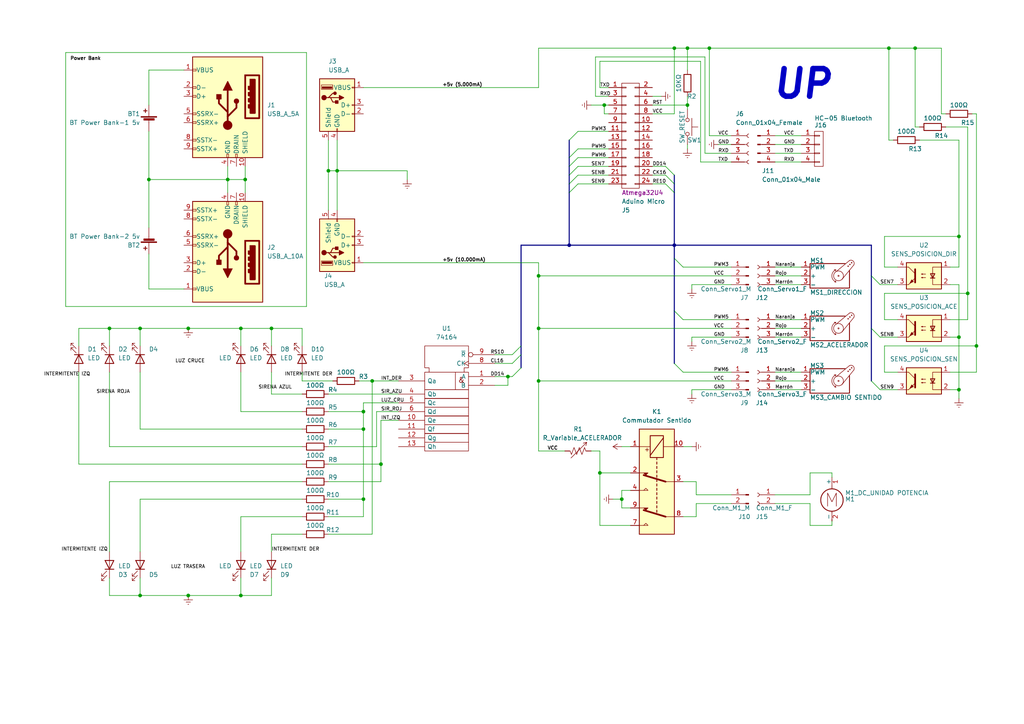
<source format=kicad_sch>
(kicad_sch (version 20211123) (generator eeschema)
  (paper "A4")
  (title_block (title "Esquema Coche Teledirigido") (date "2022-03-18") (rev "1") (company "CACA") (comment 1 "Esquema Coche Teledirigido"))
  (lib_symbols
    (symbol "74xx_IEEE:74164" (pin_names (offset 0.762))
      (property "Reference" "U" (at 8.89 6.35 0))
      (property "Value" "74164" (at 6.35 -22.86 0))
      (symbol "74164_0_0"
        (text "&" (at -4.318 -1.016 0) (effects (font (size 1.524 1.524))))
      )
      (symbol "74164_1_1"
        (pin input line (at -13.97 0 0) (length 7.62) (name "A") (number "1"))
        (pin output line (at 13.97 -12.7 180) (length 7.62) (name "Qe") (number "10"))
        (pin output line (at 13.97 -15.24 180) (length 7.62) (name "Qf") (number "11"))
        (pin output line (at 13.97 -17.78 180) (length 7.62) (name "Qg") (number "12"))
        (pin output line (at 13.97 -20.32 180) (length 7.62) (name "Qh") (number "13"))
        (pin power_in line (at 5.08 8.89 270) (length 0) hide (name "Vdd") (number "14"))
        (pin input line (at -13.97 -2.54 0) (length 7.62) (name "B") (number "2"))
        (pin output line (at 13.97 -1.27 180) (length 7.62) (name "Qa") (number "3"))
        (pin output line (at 13.97 -5.08 180) (length 7.62) (name "Qb") (number "4"))
        (pin output line (at 13.97 -7.62 180) (length 7.62) (name "Qc") (number "5"))
        (pin output line (at 13.97 -10.16 180) (length 7.62) (name "Qd") (number "6"))
        (pin power_in line (at 0 8.89 270) (length 0) hide (name "Vss") (number "7"))
        (pin input clock (at -13.97 3.81 0) (length 7.62) (name "CK") (number "8"))
        (pin input inverted (at -13.97 6.35 0) (length 7.62) (name "~{R}") (number "9"))
      )
    )
    (symbol "Connector:Conn_01x04_Female" (pin_names (offset 1.016) hide)
      (property "Reference" "J" (at 0 5.08 0))
      (property "Value" "Conn_01x04_Female" (at 0 -7.62 0))
      (symbol "Conn_01x04_Female_1_1"
        (pin passive line (at -5.08 2.54 0) (length 3.81) (name "Pin_1") (number "1"))
        (pin passive line (at -5.08 0 0) (length 3.81) (name "Pin_2") (number "2"))
        (pin passive line (at -5.08 -2.54 0) (length 3.81) (name "Pin_3") (number "3"))
        (pin passive line (at -5.08 -5.08 0) (length 3.81) (name "Pin_4") (number "4"))
      )
    )
    (symbol "Connector:Conn_01x04_Male" (pin_names (offset 1.016) hide)
      (property "Reference" "J" (at 0 5.08 0))
      (property "Value" "Conn_01x04_Male" (at 0 -7.62 0))
      (symbol "Conn_01x04_Male_1_1"
        (pin passive line (at 5.08 2.54 180) (length 3.81) (name "Pin_1") (number "1"))
        (pin passive line (at 5.08 0 180) (length 3.81) (name "Pin_2") (number "2"))
        (pin passive line (at 5.08 -2.54 180) (length 3.81) (name "Pin_3") (number "3"))
        (pin passive line (at 5.08 -5.08 180) (length 3.81) (name "Pin_4") (number "4"))
      )
    )
    (symbol "Connector:USB3_A" (pin_names (offset 1.016))
      (property "Reference" "J" (at -10.16 15.24 0))
      (property "Value" "USB3_A" (at 10.16 15.24 0))
      (symbol "USB3_A_1_1"
        (pin power_in line (at 12.7 10.16 180) (length 2.54) (name "VBUS") (number "1"))
        (pin passive line (at -5.08 -17.78 90) (length 2.54) (name "SHIELD") (number "10"))
        (pin bidirectional line (at 12.7 5.08 180) (length 2.54) (name "D-") (number "2"))
        (pin bidirectional line (at 12.7 2.54 180) (length 2.54) (name "D+") (number "3"))
        (pin power_in line (at 0 -17.78 90) (length 2.54) (name "GND") (number "4"))
        (pin output line (at 12.7 -2.54 180) (length 2.54) (name "SSRX-") (number "5"))
        (pin output line (at 12.7 -5.08 180) (length 2.54) (name "SSRX+") (number "6"))
        (pin passive line (at -2.54 -17.78 90) (length 2.54) (name "DRAIN") (number "7"))
        (pin input line (at 12.7 -10.16 180) (length 2.54) (name "SSTX-") (number "8"))
        (pin input line (at 12.7 -12.7 180) (length 2.54) (name "SSTX+") (number "9"))
      )
    )
    (symbol "Connector:USB_A" (pin_names (offset 1.016))
      (property "Reference" "J" (at -5.08 11.43 0))
      (property "Value" "USB_A" (at -5.08 8.89 0))
      (symbol "USB_A_1_1"
        (pin power_in line (at 7.62 5.08 180) (length 2.54) (name "VBUS") (number "1"))
        (pin bidirectional line (at 7.62 -2.54 180) (length 2.54) (name "D-") (number "2"))
        (pin bidirectional line (at 7.62 0 180) (length 2.54) (name "D+") (number "3"))
        (pin power_in line (at 0 -10.16 90) (length 2.54) (name "GND") (number "4"))
        (pin passive line (at -2.54 -10.16 90) (length 2.54) (name "Shield") (number "5"))
      )
    )
    (symbol "Device:LED" (pin_numbers hide) (pin_names (offset 1.016) hide)
      (property "Reference" "D" (at 0 2.54 0))
      (property "Value" "LED" (at 0 -2.54 0))
      (symbol "LED_1_1"
        (pin passive line (at -3.81 0 0) (length 2.54) (name "K") (number "1"))
        (pin passive line (at 3.81 0 180) (length 2.54) (name "A") (number "2"))
      )
    )
    (symbol "Device:R_Variable_US" (pin_numbers hide) (pin_names (offset 0))
      (property "Reference" "R" (at 2.54 -2.54 90))
      (property "Value" "R_Variable_US" (at -2.54 -1.27 90))
      (symbol "R_Variable_US_1_1"
        (pin passive line (at 0 3.81 270) (length 1.27) (name "~") (number "1"))
        (pin passive line (at 0 -3.81 90) (length 1.27) (name "~") (number "2"))
      )
    )
    (symbol "Isolator:FODM217A"
      (property "Reference" "U" (at -5.08 5.08 0))
      (property "Value" "FODM217A" (at 0 5.08 0))
      (symbol "FODM217A_1_1"
        (pin passive line (at -7.62 2.54 0) (length 2.54) (name "~") (number "1"))
        (pin passive line (at -7.62 -2.54 0) (length 2.54) (name "~") (number "2"))
        (pin passive line (at 7.62 -2.54 180) (length 2.54) (name "~") (number "3"))
        (pin passive line (at 7.62 2.54 180) (length 2.54) (name "~") (number "4"))
      )
    )
    (symbol "Relay:AZ850-x"
      (property "Reference" "K" (at 16.51 3.81 0))
      (property "Value" "AZ850-x" (at 16.51 1.27 0))
      (symbol "AZ850-x_0_0"
        (text "+" (at -9.271 2.921 0) (effects (font (size 1.27 1.27))))
      )
      (symbol "AZ850-x_1_1"
        (pin passive line (at -10.16 7.62 270) (length 2.54) (name "~") (number "1"))
        (pin passive line (at -10.16 -7.62 90) (length 2.54) (name "~") (number "10"))
        (pin passive line (at -2.54 7.62 270) (length 2.54) (name "~") (number "2"))
        (pin passive line (at 0 -7.62 90) (length 2.54) (name "~") (number "3"))
        (pin passive line (at 2.54 7.62 270) (length 2.54) (name "~") (number "4"))
        (pin passive line (at 12.7 7.62 270) (length 2.54) (name "~") (number "7"))
        (pin passive line (at 10.16 -7.62 90) (length 2.54) (name "~") (number "8"))
        (pin passive line (at 7.62 7.62 270) (length 2.54) (name "~") (number "9"))
      )
    )
    (symbol "caca-coche-rescue:Battery_Cell" (pin_numbers hide) (pin_names (offset 0) hide)
      (property "Reference" "BT" (at 2.54 2.54 0))
      (property "Value" "Battery_Cell" (at 2.54 0 0))
      (symbol "Battery_Cell_1_1"
        (pin passive line (at 0 5.08 270) (length 2.54) (name "+") (number "1"))
        (pin passive line (at 0 -2.54 90) (length 2.54) (name "-") (number "2"))
      )
    )
    (symbol "caca-coche-rescue:CONN_01X04" (pin_names (offset 1.016) hide)
      (property "Reference" "P" (at 0 6.35 0))
      (property "Value" "CONN_01X04" (at 2.54 0 90))
      (symbol "CONN_01X04_1_1"
        (pin passive line (at -5.08 3.81 0) (length 3.81) (name "P1") (number "1"))
        (pin passive line (at -5.08 1.27 0) (length 3.81) (name "P2") (number "2"))
        (pin passive line (at -5.08 -1.27 0) (length 3.81) (name "P3") (number "3"))
        (pin passive line (at -5.08 -3.81 0) (length 3.81) (name "P4") (number "4"))
      )
    )
    (symbol "caca-coche-rescue:CONN_02X12" (pin_names (offset 0.0254) hide)
      (property "Reference" "P" (at 0 16.51 0))
      (property "Value" "CONN_02X12" (at 0 0 90))
      (symbol "CONN_02X12_1_1"
        (pin passive line (at -6.35 13.97 0) (length 3.81) (name "P1") (number "1"))
        (pin passive line (at 6.35 3.81 180) (length 3.81) (name "P10") (number "10"))
        (pin passive line (at -6.35 1.27 0) (length 3.81) (name "P11") (number "11"))
        (pin passive line (at 6.35 1.27 180) (length 3.81) (name "P12") (number "12"))
        (pin passive line (at -6.35 -1.27 0) (length 3.81) (name "P13") (number "13"))
        (pin passive line (at 6.35 -1.27 180) (length 3.81) (name "P14") (number "14"))
        (pin passive line (at -6.35 -3.81 0) (length 3.81) (name "P15") (number "15"))
        (pin passive line (at 6.35 -3.81 180) (length 3.81) (name "P16") (number "16"))
        (pin passive line (at -6.35 -6.35 0) (length 3.81) (name "P17") (number "17"))
        (pin passive line (at 6.35 -6.35 180) (length 3.81) (name "P18") (number "18"))
        (pin passive line (at -6.35 -8.89 0) (length 3.81) (name "P19") (number "19"))
        (pin passive line (at 6.35 13.97 180) (length 3.81) (name "P2") (number "2"))
        (pin passive line (at 6.35 -8.89 180) (length 3.81) (name "P20") (number "20"))
        (pin passive line (at -6.35 -11.43 0) (length 3.81) (name "P21") (number "21"))
        (pin passive line (at 6.35 -11.43 180) (length 3.81) (name "P22") (number "22"))
        (pin passive line (at -6.35 -13.97 0) (length 3.81) (name "P23") (number "23"))
        (pin passive line (at 6.35 -13.97 180) (length 3.81) (name "P24") (number "24"))
        (pin passive line (at -6.35 11.43 0) (length 3.81) (name "P3") (number "3"))
        (pin passive line (at 6.35 11.43 180) (length 3.81) (name "P4") (number "4"))
        (pin passive line (at -6.35 8.89 0) (length 3.81) (name "P5") (number "5"))
        (pin passive line (at 6.35 8.89 180) (length 3.81) (name "P6") (number "6"))
        (pin passive line (at -6.35 6.35 0) (length 3.81) (name "P7") (number "7"))
        (pin passive line (at 6.35 6.35 180) (length 3.81) (name "P8") (number "8"))
        (pin passive line (at -6.35 3.81 0) (length 3.81) (name "P9") (number "9"))
      )
    )
    (symbol "caca-coche-rescue:Conn_01x02_Female" (pin_names (offset 1.016) hide)
      (property "Reference" "J" (at 0 2.54 0))
      (property "Value" "Conn_01x02_Female" (at 0 -5.08 0))
      (symbol "Conn_01x02_Female_1_1"
        (pin passive line (at -5.08 0 0) (length 3.81) (name "Pin_1") (number "1"))
        (pin passive line (at -5.08 -2.54 0) (length 3.81) (name "Pin_2") (number "2"))
      )
    )
    (symbol "caca-coche-rescue:Conn_01x02_Male" (pin_names (offset 1.016) hide)
      (property "Reference" "J" (at 0 2.54 0))
      (property "Value" "Conn_01x02_Male" (at 0 -5.08 0))
      (symbol "Conn_01x02_Male_1_1"
        (pin passive line (at 5.08 0 180) (length 3.81) (name "Pin_1") (number "1"))
        (pin passive line (at 5.08 -2.54 180) (length 3.81) (name "Pin_2") (number "2"))
      )
    )
    (symbol "caca-coche-rescue:Conn_01x03_Female" (pin_names (offset 1.016) hide)
      (property "Reference" "J" (at 0 5.08 0))
      (property "Value" "Conn_01x03_Female" (at 0 -5.08 0))
      (symbol "Conn_01x03_Female_1_1"
        (pin passive line (at -5.08 2.54 0) (length 3.81) (name "Pin_1") (number "1"))
        (pin passive line (at -5.08 0 0) (length 3.81) (name "Pin_2") (number "2"))
        (pin passive line (at -5.08 -2.54 0) (length 3.81) (name "Pin_3") (number "3"))
      )
    )
    (symbol "caca-coche-rescue:Conn_01x03_Male" (pin_names (offset 1.016) hide)
      (property "Reference" "J" (at 0 5.08 0))
      (property "Value" "Conn_01x03_Male" (at 0 -5.08 0))
      (symbol "Conn_01x03_Male_1_1"
        (pin passive line (at 5.08 2.54 180) (length 3.81) (name "Pin_1") (number "1"))
        (pin passive line (at 5.08 0 180) (length 3.81) (name "Pin_2") (number "2"))
        (pin passive line (at 5.08 -2.54 180) (length 3.81) (name "Pin_3") (number "3"))
      )
    )
    (symbol "caca-coche-rescue:Earth" (power) (pin_names (offset 0))
      (symbol "Earth_1_1"
        (pin power_in line (at 0 0 270) (length 0) hide (name "Earth") (number "1"))
      )
    )
    (symbol "caca-coche-rescue:Motor_DC" (pin_names (offset 0))
      (property "Reference" "M" (at 2.54 2.54 0))
      (property "Value" "Motor_DC" (at 2.54 -5.08 0))
      (symbol "Motor_DC_1_1"
        (pin passive line (at 0 5.08 270) (length 2.54) (name "+") (number "1"))
        (pin passive line (at 0 -7.62 90) (length 2.54) (name "-") (number "2"))
      )
    )
    (symbol "caca-coche-rescue:Motor_Servo" (pin_names (offset 0.0254))
      (property "Reference" "M" (at -5.08 4.445 0))
      (property "Value" "Motor_Servo" (at -5.08 -4.064 0))
      (symbol "Motor_Servo_1_1"
        (pin passive line (at -7.62 2.54 0) (length 2.54) (name "PWM") (number "1"))
        (pin passive line (at -7.62 0 0) (length 2.54) (name "+") (number "2"))
        (pin passive line (at -7.62 -2.54 0) (length 2.54) (name "-") (number "3"))
      )
    )
    (symbol "caca-coche-rescue:R" (pin_numbers hide) (pin_names (offset 0))
      (property "Reference" "R" (at 2.032 0 90))
      (property "Value" "R" (at 0 0 90))
      (symbol "R_1_1"
        (pin passive line (at 0 3.81 270) (length 1.27) (name "~") (number "1"))
        (pin passive line (at 0 -3.81 90) (length 1.27) (name "~") (number "2"))
      )
    )
    (symbol "caca-coche-rescue:SW_Push" (pin_numbers hide) (pin_names (offset 1.016) hide)
      (property "Reference" "SW" (at 1.27 2.54 0))
      (property "Value" "SW_Push" (at 0 -1.524 0))
      (symbol "SW_Push_0_1"
        (pin passive line (at -5.08 0 0) (length 2.54) (name "1") (number "1"))
        (pin passive line (at 5.08 0 180) (length 2.54) (name "2") (number "2"))
      )
    )
    (symbol "power:GNDREF" (power) (pin_names (offset 0))
      (property "Value" "GNDREF" (at 0 -3.81 0))
      (symbol "GNDREF_1_1"
        (pin power_in line (at 0 0 270) (length 0) hide (name "GNDREF") (number "1"))
      )
    )
    (symbol "power:VBUS" (power) (pin_names (offset 0))
      (property "Value" "VBUS" (at 0 3.81 0))
      (symbol "VBUS_1_1"
        (pin power_in line (at 0 0 90) (length 0) hide (name "VBUS") (number "1"))
      )
    )
  )
  (junction (at 54.61 172.72))
  (junction (at 278.13 68.58))
  (junction (at 97.79 49.53))
  (junction (at 31.75 95.25))
  (junction (at 69.85 172.72))
  (junction (at 278.13 97.79))
  (junction (at 199.39 30.48))
  (junction (at 283.21 100.33))
  (junction (at 105.41 119.38))
  (junction (at 105.41 124.46))
  (junction (at 43.18 52.07))
  (junction (at 69.85 95.25))
  (junction (at 173.99 137.16))
  (junction (at 66.04 52.07))
  (junction (at 280.67 85.09))
  (junction (at 257.81 13.97))
  (junction (at 175.26 30.48))
  (junction (at 95.25 49.53))
  (junction (at 199.39 13.97))
  (junction (at 180.34 144.78))
  (junction (at 156.21 110.49))
  (junction (at 265.43 13.97))
  (junction (at 205.74 13.97))
  (junction (at 40.64 95.25))
  (junction (at 195.58 71.12))
  (junction (at 105.41 144.78))
  (junction (at 147.32 109.22))
  (junction (at 278.13 113.03))
  (junction (at 165.1 71.12))
  (junction (at 54.61 95.25))
  (junction (at 78.74 95.25))
  (junction (at 156.21 80.01))
  (junction (at 107.95 110.49))
  (junction (at 156.21 95.25))
  (junction (at 71.12 52.07))
  (junction (at 195.58 13.97))
  (junction (at 110.49 134.62))
  (junction (at 40.64 172.72))
  (bus_entry (at 148.59 109.22) (size 2.54 -2.54))
  (bus_entry (at 148.59 105.41) (size 2.54 -2.54))
  (bus_entry (at 165.1 45.72) (size 2.54 -2.54))
  (bus_entry (at 252.73 80.01) (size 2.54 2.54))
  (bus_entry (at 252.73 95.25) (size 2.54 2.54))
  (bus_entry (at 252.73 110.49) (size 2.54 2.54))
  (bus_entry (at 165.1 40.64) (size 2.54 -2.54))
  (bus_entry (at 165.1 53.34) (size 2.54 -2.54))
  (bus_entry (at 148.59 102.87) (size 2.54 -2.54))
  (bus_entry (at 165.1 48.26) (size 2.54 -2.54))
  (bus_entry (at 165.1 55.88) (size 2.54 -2.54))
  (bus_entry (at 193.04 48.26) (size 2.54 2.54))
  (bus_entry (at 193.04 50.8) (size 2.54 2.54))
  (bus_entry (at 193.04 53.34) (size 2.54 2.54))
  (bus_entry (at 195.58 74.93) (size 2.54 2.54))
  (bus_entry (at 195.58 90.17) (size 2.54 2.54))
  (bus_entry (at 195.58 105.41) (size 2.54 2.54))
  (bus_entry (at 165.1 50.8) (size 2.54 -2.54))
  (wire (pts (xy 275.59 113.03) (xy 278.13 113.03)))
  (wire (pts (xy 259.08 40.64) (xy 257.81 40.64)))
  (wire (pts (xy 95.25 134.62) (xy 110.49 134.62)))
  (bus (pts (xy 252.73 95.25) (xy 252.73 110.49)))
  (wire (pts (xy 255.27 82.55) (xy 260.35 82.55)))
  (wire (pts (xy 69.85 119.38) (xy 69.85 107.95)))
  (wire (pts (xy 109.22 119.38) (xy 115.57 119.38)))
  (wire (pts (xy 109.22 119.38) (xy 109.22 129.54)))
  (wire (pts (xy 260.35 113.03) (xy 255.27 113.03)))
  (wire (pts (xy 143.51 111.76) (xy 147.32 111.76)))
  (wire (pts (xy 107.95 154.94) (xy 107.95 110.49)))
  (wire (pts (xy 95.25 139.7) (xy 110.49 139.7)))
  (wire (pts (xy 172.72 16.51) (xy 172.72 27.94)))
  (wire (pts (xy 156.21 13.97) (xy 156.21 25.4)))
  (wire (pts (xy 167.64 45.72) (xy 176.53 45.72)))
  (wire (pts (xy 198.12 139.7) (xy 201.93 139.7)))
  (wire (pts (xy 173.99 25.4) (xy 173.99 17.78)))
  (wire (pts (xy 104.14 110.49) (xy 107.95 110.49)))
  (wire (pts (xy 19.05 15.24) (xy 88.9 15.24)))
  (wire (pts (xy 40.64 167.64) (xy 40.64 172.72)))
  (wire (pts (xy 256.54 92.71) (xy 256.54 85.09)))
  (wire (pts (xy 31.75 129.54) (xy 31.75 107.95)))
  (wire (pts (xy 31.75 95.25) (xy 31.75 100.33)))
  (bus (pts (xy 165.1 50.8) (xy 165.1 53.34)))
  (wire (pts (xy 22.86 134.62) (xy 22.86 107.95)))
  (wire (pts (xy 212.09 41.91) (xy 208.28 41.91)))
  (wire (pts (xy 234.95 146.05) (xy 234.95 152.4)))
  (wire (pts (xy 180.34 142.24) (xy 182.88 142.24)))
  (wire (pts (xy 167.64 53.34) (xy 176.53 53.34)))
  (wire (pts (xy 87.63 154.94) (xy 78.74 154.94)))
  (wire (pts (xy 156.21 95.25) (xy 156.21 110.49)))
  (bus (pts (xy 165.1 53.34) (xy 165.1 55.88)))
  (wire (pts (xy 232.41 82.55) (xy 224.79 82.55)))
  (wire (pts (xy 199.39 13.97) (xy 199.39 20.32)))
  (wire (pts (xy 31.75 172.72) (xy 40.64 172.72)))
  (wire (pts (xy 95.25 129.54) (xy 109.22 129.54)))
  (wire (pts (xy 274.32 33.02) (xy 273.05 33.02)))
  (wire (pts (xy 278.13 82.55) (xy 278.13 97.79)))
  (wire (pts (xy 87.63 129.54) (xy 31.75 129.54)))
  (wire (pts (xy 260.35 107.95) (xy 256.54 107.95)))
  (wire (pts (xy 177.8 144.78) (xy 180.34 144.78)))
  (wire (pts (xy 234.95 152.4) (xy 241.3 152.4)))
  (wire (pts (xy 189.23 53.34) (xy 193.04 53.34)))
  (wire (pts (xy 173.99 17.78) (xy 203.2 17.78)))
  (wire (pts (xy 180.34 144.78) (xy 180.34 142.24)))
  (wire (pts (xy 256.54 107.95) (xy 256.54 100.33)))
  (wire (pts (xy 199.39 41.91) (xy 199.39 43.18)))
  (wire (pts (xy 87.63 95.25) (xy 78.74 95.25)))
  (wire (pts (xy 175.26 30.48) (xy 175.26 33.02)))
  (wire (pts (xy 224.79 39.37) (xy 232.41 39.37)))
  (wire (pts (xy 204.47 16.51) (xy 204.47 44.45)))
  (wire (pts (xy 95.25 49.53) (xy 95.25 60.96)))
  (wire (pts (xy 78.74 114.3) (xy 78.74 107.95)))
  (wire (pts (xy 275.59 82.55) (xy 278.13 82.55)))
  (wire (pts (xy 156.21 130.81) (xy 163.83 130.81)))
  (wire (pts (xy 97.79 40.64) (xy 97.79 49.53)))
  (bus (pts (xy 195.58 55.88) (xy 195.58 71.12)))
  (wire (pts (xy 189.23 50.8) (xy 193.04 50.8)))
  (wire (pts (xy 175.26 33.02) (xy 176.53 33.02)))
  (bus (pts (xy 195.58 53.34) (xy 195.58 55.88)))
  (wire (pts (xy 232.41 77.47) (xy 224.79 77.47)))
  (wire (pts (xy 232.41 80.01) (xy 224.79 80.01)))
  (bus (pts (xy 151.13 71.12) (xy 151.13 100.33)))
  (wire (pts (xy 31.75 139.7) (xy 31.75 160.02)))
  (wire (pts (xy 199.39 27.94) (xy 199.39 30.48)))
  (wire (pts (xy 224.79 41.91) (xy 232.41 41.91)))
  (wire (pts (xy 278.13 97.79) (xy 278.13 113.03)))
  (bus (pts (xy 165.1 55.88) (xy 165.1 71.12)))
  (wire (pts (xy 275.59 92.71) (xy 280.67 92.71)))
  (wire (pts (xy 205.74 13.97) (xy 257.81 13.97)))
  (wire (pts (xy 95.25 124.46) (xy 105.41 124.46)))
  (bus (pts (xy 195.58 71.12) (xy 195.58 74.93)))
  (wire (pts (xy 78.74 154.94) (xy 78.74 160.02)))
  (wire (pts (xy 66.04 52.07) (xy 66.04 55.88)))
  (wire (pts (xy 205.74 13.97) (xy 205.74 39.37)))
  (wire (pts (xy 204.47 44.45) (xy 212.09 44.45)))
  (wire (pts (xy 256.54 68.58) (xy 278.13 68.58)))
  (wire (pts (xy 43.18 83.82) (xy 53.34 83.82)))
  (wire (pts (xy 171.45 30.48) (xy 175.26 30.48)))
  (wire (pts (xy 147.32 111.76) (xy 147.32 109.22)))
  (wire (pts (xy 107.95 110.49) (xy 115.57 110.49)))
  (bus (pts (xy 165.1 71.12) (xy 195.58 71.12)))
  (wire (pts (xy 95.25 40.64) (xy 95.25 49.53)))
  (wire (pts (xy 205.74 39.37) (xy 212.09 39.37)))
  (wire (pts (xy 201.93 146.05) (xy 212.09 146.05)))
  (wire (pts (xy 87.63 124.46) (xy 40.64 124.46)))
  (wire (pts (xy 200.66 113.03) (xy 212.09 113.03)))
  (wire (pts (xy 195.58 13.97) (xy 199.39 13.97)))
  (wire (pts (xy 167.64 43.18) (xy 176.53 43.18)))
  (wire (pts (xy 280.67 85.09) (xy 280.67 92.71)))
  (wire (pts (xy 40.64 172.72) (xy 54.61 172.72)))
  (wire (pts (xy 257.81 13.97) (xy 257.81 40.64)))
  (wire (pts (xy 95.25 114.3) (xy 115.57 114.3)))
  (wire (pts (xy 156.21 110.49) (xy 212.09 110.49)))
  (wire (pts (xy 69.85 149.86) (xy 69.85 160.02)))
  (wire (pts (xy 69.85 95.25) (xy 54.61 95.25)))
  (wire (pts (xy 87.63 119.38) (xy 69.85 119.38)))
  (wire (pts (xy 87.63 134.62) (xy 22.86 134.62)))
  (wire (pts (xy 201.93 143.51) (xy 212.09 143.51)))
  (wire (pts (xy 22.86 100.33) (xy 22.86 95.25)))
  (wire (pts (xy 69.85 167.64) (xy 69.85 172.72)))
  (wire (pts (xy 78.74 95.25) (xy 69.85 95.25)))
  (wire (pts (xy 266.7 36.83) (xy 265.43 36.83)))
  (wire (pts (xy 31.75 95.25) (xy 40.64 95.25)))
  (wire (pts (xy 180.34 129.54) (xy 182.88 129.54)))
  (wire (pts (xy 118.11 52.07) (xy 118.11 49.53)))
  (wire (pts (xy 143.51 109.22) (xy 147.32 109.22)))
  (wire (pts (xy 234.95 137.16) (xy 234.95 143.51)))
  (wire (pts (xy 156.21 13.97) (xy 195.58 13.97)))
  (wire (pts (xy 189.23 33.02) (xy 195.58 33.02)))
  (wire (pts (xy 43.18 52.07) (xy 43.18 66.04)))
  (wire (pts (xy 69.85 95.25) (xy 69.85 100.33)))
  (wire (pts (xy 87.63 144.78) (xy 40.64 144.78)))
  (wire (pts (xy 156.21 95.25) (xy 212.09 95.25)))
  (wire (pts (xy 105.41 25.4) (xy 156.21 25.4)))
  (wire (pts (xy 87.63 110.49) (xy 87.63 107.95)))
  (wire (pts (xy 283.21 33.02) (xy 283.21 100.33)))
  (wire (pts (xy 232.41 113.03) (xy 224.79 113.03)))
  (wire (pts (xy 95.25 49.53) (xy 97.79 49.53)))
  (wire (pts (xy 278.13 40.64) (xy 266.7 40.64)))
  (wire (pts (xy 156.21 80.01) (xy 156.21 95.25)))
  (wire (pts (xy 257.81 13.97) (xy 265.43 13.97)))
  (wire (pts (xy 234.95 143.51) (xy 224.79 143.51)))
  (wire (pts (xy 43.18 20.32) (xy 53.34 20.32)))
  (wire (pts (xy 173.99 152.4) (xy 182.88 152.4)))
  (wire (pts (xy 265.43 13.97) (xy 265.43 36.83)))
  (wire (pts (xy 87.63 114.3) (xy 78.74 114.3)))
  (wire (pts (xy 200.66 82.55) (xy 212.09 82.55)))
  (wire (pts (xy 200.66 97.79) (xy 212.09 97.79)))
  (wire (pts (xy 71.12 48.26) (xy 71.12 52.07)))
  (wire (pts (xy 95.25 119.38) (xy 105.41 119.38)))
  (bus (pts (xy 252.73 80.01) (xy 252.73 95.25)))
  (wire (pts (xy 88.9 15.24) (xy 88.9 88.9)))
  (wire (pts (xy 200.66 97.79) (xy 200.66 99.06)))
  (wire (pts (xy 265.43 13.97) (xy 273.05 13.97)))
  (wire (pts (xy 71.12 52.07) (xy 71.12 55.88)))
  (bus (pts (xy 151.13 102.87) (xy 151.13 106.68)))
  (wire (pts (xy 198.12 92.71) (xy 212.09 92.71)))
  (wire (pts (xy 143.51 105.41) (xy 148.59 105.41)))
  (wire (pts (xy 200.66 82.55) (xy 200.66 83.82)))
  (wire (pts (xy 274.32 36.83) (xy 280.67 36.83)))
  (wire (pts (xy 172.72 16.51) (xy 204.47 16.51)))
  (bus (pts (xy 151.13 100.33) (xy 151.13 102.87)))
  (wire (pts (xy 167.64 48.26) (xy 176.53 48.26)))
  (wire (pts (xy 182.88 147.32) (xy 180.34 147.32)))
  (wire (pts (xy 19.05 15.24) (xy 19.05 88.9)))
  (wire (pts (xy 87.63 139.7) (xy 31.75 139.7)))
  (wire (pts (xy 40.64 100.33) (xy 40.64 95.25)))
  (wire (pts (xy 156.21 80.01) (xy 212.09 80.01)))
  (wire (pts (xy 275.59 107.95) (xy 283.21 107.95)))
  (wire (pts (xy 280.67 36.83) (xy 280.67 85.09)))
  (wire (pts (xy 200.66 113.03) (xy 200.66 114.3)))
  (wire (pts (xy 110.49 134.62) (xy 110.49 139.7)))
  (wire (pts (xy 66.04 48.26) (xy 66.04 52.07)))
  (wire (pts (xy 31.75 167.64) (xy 31.75 172.72)))
  (wire (pts (xy 43.18 73.66) (xy 43.18 83.82)))
  (wire (pts (xy 87.63 149.86) (xy 69.85 149.86)))
  (wire (pts (xy 87.63 110.49) (xy 96.52 110.49)))
  (bus (pts (xy 165.1 40.64) (xy 165.1 45.72)))
  (wire (pts (xy 256.54 100.33) (xy 283.21 100.33)))
  (wire (pts (xy 110.49 121.92) (xy 110.49 134.62)))
  (wire (pts (xy 180.34 147.32) (xy 180.34 144.78)))
  (wire (pts (xy 176.53 38.1) (xy 167.64 38.1)))
  (wire (pts (xy 115.57 116.84) (xy 105.41 116.84)))
  (wire (pts (xy 43.18 38.1) (xy 43.18 52.07)))
  (wire (pts (xy 40.64 95.25) (xy 54.61 95.25)))
  (bus (pts (xy 195.58 50.8) (xy 195.58 53.34)))
  (wire (pts (xy 232.41 95.25) (xy 224.79 95.25)))
  (wire (pts (xy 171.45 130.81) (xy 173.99 130.81)))
  (wire (pts (xy 201.93 139.7) (xy 201.93 143.51)))
  (bus (pts (xy 165.1 71.12) (xy 151.13 71.12)))
  (wire (pts (xy 87.63 100.33) (xy 87.63 95.25)))
  (wire (pts (xy 224.79 44.45) (xy 232.41 44.45)))
  (wire (pts (xy 203.2 17.78) (xy 203.2 46.99)))
  (wire (pts (xy 198.12 129.54) (xy 200.66 129.54)))
  (wire (pts (xy 189.23 48.26) (xy 193.04 48.26)))
  (wire (pts (xy 198.12 149.86) (xy 201.93 149.86)))
  (wire (pts (xy 105.41 144.78) (xy 105.41 149.86)))
  (wire (pts (xy 199.39 30.48) (xy 199.39 31.75)))
  (wire (pts (xy 97.79 60.96) (xy 97.79 49.53)))
  (bus (pts (xy 165.1 45.72) (xy 165.1 48.26)))
  (bus (pts (xy 165.1 48.26) (xy 165.1 50.8)))
  (wire (pts (xy 176.53 50.8) (xy 167.64 50.8)))
  (wire (pts (xy 110.49 121.92) (xy 115.57 121.92)))
  (wire (pts (xy 189.23 30.48) (xy 199.39 30.48)))
  (bus (pts (xy 195.58 90.17) (xy 195.58 105.41)))
  (wire (pts (xy 278.13 68.58) (xy 278.13 40.64)))
  (wire (pts (xy 198.12 77.47) (xy 212.09 77.47)))
  (wire (pts (xy 273.05 13.97) (xy 273.05 33.02)))
  (wire (pts (xy 88.9 88.9) (xy 19.05 88.9)))
  (wire (pts (xy 232.41 107.95) (xy 224.79 107.95)))
  (wire (pts (xy 173.99 137.16) (xy 182.88 137.16)))
  (wire (pts (xy 78.74 95.25) (xy 78.74 100.33)))
  (wire (pts (xy 95.25 154.94) (xy 107.95 154.94)))
  (wire (pts (xy 105.41 116.84) (xy 105.41 119.38)))
  (wire (pts (xy 173.99 137.16) (xy 173.99 152.4)))
  (wire (pts (xy 275.59 77.47) (xy 278.13 77.47)))
  (wire (pts (xy 147.32 109.22) (xy 148.59 109.22)))
  (wire (pts (xy 232.41 92.71) (xy 224.79 92.71)))
  (wire (pts (xy 224.79 46.99) (xy 232.41 46.99)))
  (wire (pts (xy 173.99 130.81) (xy 173.99 137.16)))
  (wire (pts (xy 40.64 124.46) (xy 40.64 107.95)))
  (wire (pts (xy 260.35 77.47) (xy 256.54 77.47)))
  (wire (pts (xy 176.53 30.48) (xy 175.26 30.48)))
  (wire (pts (xy 191.77 27.94) (xy 189.23 27.94)))
  (wire (pts (xy 105.41 76.2) (xy 156.21 76.2)))
  (wire (pts (xy 105.41 124.46) (xy 105.41 144.78)))
  (wire (pts (xy 275.59 97.79) (xy 278.13 97.79)))
  (wire (pts (xy 105.41 119.38) (xy 105.41 124.46)))
  (wire (pts (xy 195.58 33.02) (xy 195.58 13.97)))
  (wire (pts (xy 143.51 102.87) (xy 148.59 102.87)))
  (wire (pts (xy 199.39 13.97) (xy 205.74 13.97)))
  (wire (pts (xy 281.94 33.02) (xy 283.21 33.02)))
  (wire (pts (xy 156.21 76.2) (xy 156.21 80.01)))
  (wire (pts (xy 278.13 113.03) (xy 278.13 115.57)))
  (wire (pts (xy 95.25 144.78) (xy 105.41 144.78)))
  (wire (pts (xy 118.11 49.53) (xy 97.79 49.53)))
  (wire (pts (xy 173.99 25.4) (xy 176.53 25.4)))
  (wire (pts (xy 224.79 146.05) (xy 234.95 146.05)))
  (wire (pts (xy 156.21 110.49) (xy 156.21 130.81)))
  (wire (pts (xy 255.27 97.79) (xy 260.35 97.79)))
  (wire (pts (xy 78.74 172.72) (xy 69.85 172.72)))
  (wire (pts (xy 66.04 52.07) (xy 71.12 52.07)))
  (wire (pts (xy 212.09 107.95) (xy 198.12 107.95)))
  (wire (pts (xy 283.21 100.33) (xy 283.21 107.95)))
  (wire (pts (xy 78.74 167.64) (xy 78.74 172.72)))
  (wire (pts (xy 232.41 110.49) (xy 224.79 110.49)))
  (wire (pts (xy 43.18 52.07) (xy 66.04 52.07)))
  (wire (pts (xy 256.54 85.09) (xy 280.67 85.09)))
  (wire (pts (xy 172.72 27.94) (xy 176.53 27.94)))
  (wire (pts (xy 69.85 172.72) (xy 54.61 172.72)))
  (wire (pts (xy 22.86 95.25) (xy 31.75 95.25)))
  (wire (pts (xy 278.13 77.47) (xy 278.13 68.58)))
  (wire (pts (xy 256.54 77.47) (xy 256.54 68.58)))
  (wire (pts (xy 241.3 152.4) (xy 241.3 151.13)))
  (wire (pts (xy 241.3 137.16) (xy 234.95 137.16)))
  (wire (pts (xy 95.25 149.86) (xy 105.41 149.86)))
  (wire (pts (xy 232.41 97.79) (xy 224.79 97.79)))
  (wire (pts (xy 241.3 138.43) (xy 241.3 137.16)))
  (bus (pts (xy 195.58 74.93) (xy 195.58 90.17)))
  (wire (pts (xy 43.18 30.48) (xy 43.18 20.32)))
  (bus (pts (xy 195.58 71.12) (xy 252.73 71.12)))
  (wire (pts (xy 260.35 92.71) (xy 256.54 92.71)))
  (wire (pts (xy 201.93 149.86) (xy 201.93 146.05)))
  (wire (pts (xy 40.64 144.78) (xy 40.64 160.02)))
  (bus (pts (xy 252.73 71.12) (xy 252.73 80.01)))
  (wire (pts (xy 203.2 46.99) (xy 212.09 46.99)))
  (text "UP" (at 223.52 29.21 0) (effects (font (size 8.001 8.001) (thickness 1.6002) bold italic) (justify left bottom)))
  (label "SEN9" (at 171.45 53.34 0) (effects (font (size 0.9906 0.9906))))
  (label "INT_IZQ" (at 110.49 121.92 0) (effects (font (size 0.9906 0.9906))))
  (label "PWM5" (at 171.45 43.18 0) (effects (font (size 0.9906 0.9906))))
  (label "SEN7" (at 255.27 82.55 0) (effects (font (size 0.9906 0.9906))))
  (label "Rojo" (at 224.79 110.49 0) (effects (font (size 0.9906 0.9906))))
  (label "TXD" (at 208.28 46.99 0) (effects (font (size 0.9906 0.9906))))
  (label "Rojo" (at 224.79 80.01 0) (effects (font (size 0.9906 0.9906))))
  (label "Naranja" (at 224.79 77.47 0) (effects (font (size 0.9906 0.9906))))
  (label "VCC" (at 207.01 80.01 0) (effects (font (size 0.9906 0.9906))))
  (label "DD14" (at 189.23 48.26 0) (effects (font (size 0.9906 0.9906))))
  (label "SIRENA AZUL" (at 74.93 113.03 0) (effects (font (size 0.9906 0.9906))))
  (label "Marrón" (at 224.79 97.79 0) (effects (font (size 0.9906 0.9906))))
  (label "VCC" (at 227.33 39.37 0) (effects (font (size 0.9906 0.9906))))
  (label "LUZ_CRU" (at 110.49 116.84 0) (effects (font (size 0.9906 0.9906))))
  (label "Marrón" (at 224.79 82.55 0) (effects (font (size 0.9906 0.9906))))
  (label "SIRENA ROJA" (at 27.94 114.3 0) (effects (font (size 0.9906 0.9906))))
  (label "RS10" (at 142.24 102.87 0) (effects (font (size 0.9906 0.9906))))
  (label "GND" (at 207.01 97.79 0) (effects (font (size 0.9906 0.9906))))
  (label "+5v (5.000mA)" (at 128.27 25.4 0) (effects (font (size 0.9906 0.9906) bold)))
  (label "Power Bank" (at 20.32 17.78 0) (effects (font (size 0.9906 0.9906) (thickness 0.1981) bold)))
  (label "VCC" (at 207.01 110.49 0) (effects (font (size 0.9906 0.9906))))
  (label "SEN9" (at 255.27 113.03 0) (effects (font (size 0.9906 0.9906))))
  (label "Rojo" (at 224.79 95.25 0) (effects (font (size 0.9906 0.9906))))
  (label "VCC" (at 158.75 130.81 0) (effects (font (size 0.9906 0.9906) bold)))
  (label "INTERMITENTE IZQ" (at 17.78 160.02 0) (effects (font (size 0.9906 0.9906))))
  (label "RXD" (at 173.99 27.94 0) (effects (font (size 0.9906 0.9906))))
  (label "+5v (10.000mA)" (at 128.27 76.2 0) (effects (font (size 0.9906 0.9906) bold)))
  (label "RST" (at 189.23 30.48 0) (effects (font (size 0.9906 0.9906))))
  (label "RXD" (at 208.28 44.45 0) (effects (font (size 0.9906 0.9906))))
  (label "PWM6" (at 207.01 107.95 0) (effects (font (size 0.9906 0.9906))))
  (label "GND" (at 207.01 113.03 0) (effects (font (size 0.9906 0.9906))))
  (label "VCC" (at 208.28 39.37 0) (effects (font (size 0.9906 0.9906))))
  (label "CL16" (at 142.24 105.41 0) (effects (font (size 0.9906 0.9906))))
  (label "LUZ TRASERA" (at 49.53 165.1 0) (effects (font (size 0.9906 0.9906))))
  (label "GND" (at 208.28 41.91 0) (effects (font (size 0.9906 0.9906))))
  (label "VCC" (at 189.23 33.02 0) (effects (font (size 0.9906 0.9906))))
  (label "PWM3" (at 207.01 77.47 0) (effects (font (size 0.9906 0.9906))))
  (label "SIR_ROJ" (at 110.49 119.38 0) (effects (font (size 0.9906 0.9906))))
  (label "Marrón" (at 224.79 113.03 0) (effects (font (size 0.9906 0.9906))))
  (label "RXD" (at 227.33 46.99 0) (effects (font (size 0.9906 0.9906))))
  (label "SIR_AZU" (at 110.49 114.3 0) (effects (font (size 0.9906 0.9906))))
  (label "INTERMITENTE IZQ" (at 12.7 109.22 0) (effects (font (size 0.9906 0.9906))))
  (label "CK16" (at 189.23 50.8 0) (effects (font (size 0.9906 0.9906))))
  (label "PWM5" (at 207.01 92.71 0) (effects (font (size 0.9906 0.9906))))
  (label "GND" (at 227.33 41.91 0) (effects (font (size 0.9906 0.9906))))
  (label "RE10" (at 189.23 53.34 0) (effects (font (size 0.9906 0.9906))))
  (label "TXD" (at 227.33 44.45 0) (effects (font (size 0.9906 0.9906))))
  (label "PWM6" (at 171.45 45.72 0) (effects (font (size 0.9906 0.9906))))
  (label "DD14" (at 142.24 109.22 0) (effects (font (size 0.9906 0.9906))))
  (label "LUZ CRUCE" (at 50.8 105.41 0) (effects (font (size 0.9906 0.9906))))
  (label "INTERMITENTE DER" (at 78.74 160.02 0) (effects (font (size 0.9906 0.9906))))
  (label "Naranja" (at 224.79 107.95 0) (effects (font (size 0.9906 0.9906))))
  (label "INT_DER" (at 110.49 110.49 0) (effects (font (size 0.9906 0.9906))))
  (label "SEN8" (at 171.45 50.8 0) (effects (font (size 0.9906 0.9906))))
  (label "Naranja" (at 224.79 92.71 0) (effects (font (size 0.9906 0.9906))))
  (label "INTERMITENTE DER" (at 82.55 109.22 0) (effects (font (size 0.9906 0.9906))))
  (label "TXD" (at 173.99 25.4 0) (effects (font (size 0.9906 0.9906))))
  (label "SEN7" (at 171.45 48.26 0) (effects (font (size 0.9906 0.9906))))
  (label "SEN8" (at 255.27 97.79 0) (effects (font (size 0.9906 0.9906))))
  (label "VCC" (at 207.01 95.25 0) (effects (font (size 0.9906 0.9906))))
  (label "PWM3" (at 171.45 38.1 0) (effects (font (size 0.9906 0.9906))))
  (label "GND" (at 207.01 82.55 0) (effects (font (size 0.9906 0.9906))))
  (symbol (lib_id "caca-coche-rescue:CONN_02X12") (at 182.88 39.37 0) (unit 1)
    (property "Reference" "J5" (at 180.34 60.96 0) (effects (justify left)))
    (property "Value" "Aduino Micro" (at 180.34 58.42 0) (effects (justify left)))
    (property "Footprint" "Atmega32U4" (at 180.34 55.88 0) (effects (justify left)))
  )
  (symbol (lib_id "caca-coche-rescue:Battery_Cell") (at 43.18 35.56 0) (mirror y) (unit 1)
    (property "Reference" "BT1" (at 40.64 33.02 0) (effects (justify left)))
    (property "Value" "BT Power Bank-1 5v" (at 40.64 35.56 0) (effects (justify left)))
  )
  (symbol (lib_id "caca-coche-rescue:Conn_01x02_Male") (at 217.17 143.51 0) (mirror y) (unit 1)
    (property "Reference" "J10" (at 215.9 149.86 0))
    (property "Value" "Conn_M1_M" (at 212.09 147.32 0))
  )
  (symbol (lib_id "caca-coche-rescue:Conn_01x03_Male") (at 217.17 80.01 0) (mirror y) (unit 1)
    (property "Reference" "J7" (at 215.9 86.36 0))
    (property "Value" "Conn_Servo1_M" (at 203.2 83.82 0) (effects (justify right)))
  )
  (symbol (lib_id "caca-coche-rescue:Motor_Servo") (at 240.03 80.01 0) (unit 1)
    (property "Reference" "MS1" (at 234.95 75.565 0) (effects (justify left)))
    (property "Value" "MS1_DIRECCION" (at 234.95 84.074 0) (effects (justify left top)))
  )
  (symbol (lib_id "caca-coche-rescue:Conn_01x03_Female") (at 219.71 80.01 0) (mirror y) (unit 1)
    (property "Reference" "J12" (at 220.98 86.36 0))
    (property "Value" "Conn_Servo1_F" (at 219.71 83.82 0) (effects (justify right)))
  )
  (symbol (lib_id "caca-coche-rescue:Conn_01x02_Female") (at 219.71 143.51 0) (mirror y) (unit 1)
    (property "Reference" "J15" (at 220.98 149.86 0))
    (property "Value" "Conn_M1_F" (at 229.87 147.32 0) (effects (justify left)))
  )
  (symbol (lib_id "caca-coche-rescue:CONN_01X04") (at 237.49 43.18 0) (unit 1)
    (property "Reference" "J16" (at 236.22 35.56 0) (effects (justify left top)))
    (property "Value" "HC-05 Bluetooth" (at 236.22 34.29 0) (effects (justify left)))
  )
  (symbol (lib_id "caca-coche-rescue:Motor_DC") (at 241.3 143.51 0) (unit 1)
    (property "Reference" "M1" (at 245.11 144.78 0) (effects (justify left)))
    (property "Value" "M1_DC_UNIDAD POTENCIA" (at 245.11 142.24 0) (effects (justify left top)))
  )
  (symbol (lib_id "caca-coche-rescue:SW_Push") (at 199.39 36.83 270) (unit 1)
    (property "Reference" "SW1" (at 199.39 40.64 90) (effects (justify left)))
    (property "Value" "SW_RESET" (at 197.866 36.83 0))
  )
  (symbol (lib_id "caca-coche-rescue:R") (at 199.39 24.13 0) (unit 1)
    (property "Reference" "R2" (at 200.66 27.94 0))
    (property "Value" "10KΩ" (at 196.85 24.13 90))
  )
  (symbol (lib_id "caca-coche-rescue:Earth") (at 199.39 43.18 0) (unit 1)
    (property "Reference" "#PWR0104" (effects hide))
    (property "Value" "Earth" (effects hide))
  )
  (symbol (lib_id "caca-coche-rescue:Earth") (at 191.77 27.94 90) (unit 1)
    (property "Reference" "#PWR0102" (effects hide))
    (property "Value" "Earth" (effects hide))
  )
  (symbol (lib_id "caca-coche-rescue:Earth") (at 208.28 41.91 270) (unit 1)
    (property "Reference" "#PWR0109" (effects hide))
    (property "Value" "Earth" (effects hide))
  )
  (symbol (lib_id "caca-coche-rescue:Earth") (at 200.66 83.82 0) (unit 1)
    (property "Reference" "#PWR0108" (effects hide))
    (property "Value" "Earth" (effects hide))
  )
  (symbol (lib_id "caca-coche-rescue:Conn_01x03_Male") (at 217.17 95.25 0) (mirror y) (unit 1)
    (property "Reference" "J8" (at 215.9 101.6 0))
    (property "Value" "Conn_Servo2_M" (at 203.2 99.06 0) (effects (justify right)))
  )
  (symbol (lib_id "caca-coche-rescue:Motor_Servo") (at 240.03 95.25 0) (unit 1)
    (property "Reference" "MS2" (at 234.95 90.805 0) (effects (justify left)))
    (property "Value" "MS2_ACELERADOR" (at 234.95 99.314 0) (effects (justify left top)))
  )
  (symbol (lib_id "caca-coche-rescue:Conn_01x03_Female") (at 219.71 95.25 0) (mirror y) (unit 1)
    (property "Reference" "J13" (at 220.98 101.6 0))
    (property "Value" "Conn_Servo2_F" (at 219.71 99.06 0) (effects (justify right)))
  )
  (symbol (lib_id "caca-coche-rescue:Earth") (at 200.66 99.06 0) (unit 1)
    (property "Reference" "#PWR0107" (effects hide))
    (property "Value" "Earth" (effects hide))
  )
  (symbol (lib_id "Connector:Conn_01x04_Female") (at 217.17 41.91 0) (unit 1)
    (property "Reference" "J6" (at 213.36 33.02 0) (effects (justify left)))
    (property "Value" "Conn_01x04_Female" (at 213.36 35.56 0) (effects (justify left)))
  )
  (symbol (lib_id "Connector:USB3_A") (at 66.04 30.48 0) (mirror y) (unit 1)
    (property "Reference" "J1" (at 77.47 30.48 0) (effects (justify right)))
    (property "Value" "USB_A_5A" (at 77.47 33.02 0) (effects (justify right)))
  )
  (symbol (lib_id "caca-coche-rescue:R") (at 91.44 144.78 90) (mirror x) (unit 1)
    (property "Reference" "R10" (at 96.52 143.51 90))
    (property "Value" "100Ω" (at 91.44 142.24 90))
  )
  (symbol (lib_id "Isolator:FODM217A") (at 267.97 95.25 0) (mirror y) (unit 1)
    (property "Reference" "U3" (at 267.97 86.36 0))
    (property "Value" "SENS_POSICION_ACE" (at 267.97 88.9 0))
    (property "Footprint" "Package_SO:SOP-4_4.4x2.6mm_P1.27mm" (effects hide))
    (property "Datasheet" "https://www.onsemi.com/pub/Collateral/FODM214-D.PDF" (effects hide))
  )
  (symbol (lib_id "74xx_IEEE:74164") (at 129.54 109.22 0) (mirror y) (unit 1)
    (property "Reference" "U1" (at 129.54 95.25 0))
    (property "Value" "74164" (at 129.54 97.79 0))
  )
  (symbol (lib_id "caca-coche-rescue:R") (at 270.51 36.83 90) (mirror x) (unit 1)
    (property "Reference" "R14" (at 273.05 39.37 90))
    (property "Value" "100Ω" (at 270.51 34.29 90))
  )
  (symbol (lib_id "caca-coche-rescue:R") (at 100.33 110.49 90) (mirror x) (unit 1)
    (property "Reference" "R3" (at 105.41 109.22 90))
    (property "Value" "100Ω" (at 100.33 107.95 90))
  )
  (symbol (lib_id "Device:LED") (at 69.85 104.14 270) (unit 1)
    (property "Reference" "D6" (at 72.39 101.2824 90) (effects (justify left)))
    (property "Value" "LED" (at 72.39 103.8224 90) (effects (justify left)))
  )
  (symbol (lib_id "caca-coche-rescue:Earth") (at 200.66 114.3 0) (unit 1)
    (property "Reference" "#PWR0105" (effects hide))
    (property "Value" "Earth" (effects hide))
  )
  (symbol (lib_id "Device:LED") (at 78.74 163.83 270) (mirror x) (unit 1)
    (property "Reference" "D9" (at 81.28 166.6876 90) (effects (justify left)))
    (property "Value" "LED" (at 81.28 164.1476 90) (effects (justify left)))
  )
  (symbol (lib_id "Device:LED") (at 40.64 104.14 270) (unit 1)
    (property "Reference" "D4" (at 43.18 101.2824 90) (effects (justify left)))
    (property "Value" "LED" (at 63.5 103.8224 90) (effects (justify left)))
  )
  (symbol (lib_id "caca-coche-rescue:R") (at 91.44 119.38 90) (mirror x) (unit 1)
    (property "Reference" "R5" (at 96.52 118.11 90))
    (property "Value" "100Ω" (at 91.44 116.84 90))
  )
  (symbol (lib_id "caca-coche-rescue:R") (at 91.44 129.54 90) (mirror x) (unit 1)
    (property "Reference" "R7" (at 96.52 128.27 90))
    (property "Value" "100Ω" (at 91.44 127 90))
  )
  (symbol (lib_id "power:GNDREF") (at 177.8 144.78 270) (mirror x) (unit 1)
    (property "Reference" "#PWR0110" (effects hide))
    (property "Value" "GNDREF" (effects hide))
  )
  (symbol (lib_id "Device:LED") (at 31.75 163.83 270) (mirror x) (unit 1)
    (property "Reference" "D3" (at 34.29 166.6876 90) (effects (justify left)))
    (property "Value" "LED" (at 34.29 164.1476 90) (effects (justify left)))
  )
  (symbol (lib_id "caca-coche-rescue:R") (at 91.44 154.94 90) (mirror x) (unit 1)
    (property "Reference" "R12" (at 96.52 153.67 90))
    (property "Value" "100Ω" (at 91.44 152.4 90))
  )
  (symbol (lib_id "power:GNDREF") (at 200.66 129.54 90) (unit 1)
    (property "Reference" "#PWR0106" (effects hide))
    (property "Value" "GNDREF" (effects hide))
  )
  (symbol (lib_id "power:GNDREF") (at 171.45 30.48 270) (mirror x) (unit 1)
    (property "Reference" "#PWR0101" (effects hide))
    (property "Value" "GNDREF" (effects hide))
  )
  (symbol (lib_id "power:GNDREF") (at 54.61 172.72 0) (unit 1)
    (property "Reference" "#PWR02" (effects hide))
    (property "Value" "GNDREF" (effects hide))
  )
  (symbol (lib_id "Device:LED") (at 40.64 163.83 270) (mirror x) (unit 1)
    (property "Reference" "D5" (at 43.18 166.6876 90) (effects (justify left)))
    (property "Value" "LED" (at 63.5 164.1476 90) (effects (justify left)))
  )
  (symbol (lib_id "power:GNDREF") (at 54.61 95.25 0) (unit 1)
    (property "Reference" "#PWR01" (effects hide))
    (property "Value" "GNDREF" (effects hide))
  )
  (symbol (lib_id "caca-coche-rescue:Motor_Servo") (at 240.03 110.49 0) (unit 1)
    (property "Reference" "MS3" (at 234.95 106.045 0) (effects (justify left)))
    (property "Value" "MS3_CAMBIO SENTIDO" (at 234.95 114.554 0) (effects (justify left top)))
  )
  (symbol (lib_id "caca-coche-rescue:R") (at 278.13 33.02 90) (mirror x) (unit 1)
    (property "Reference" "R15" (at 280.67 35.56 90))
    (property "Value" "100Ω" (at 278.13 30.48 90))
  )
  (symbol (lib_id "Device:R_Variable_US") (at 167.64 130.81 270) (mirror x) (unit 1)
    (property "Reference" "R1" (at 167.64 124.46 90))
    (property "Value" "R_Variable_ACELERADOR" (at 168.91 127 90))
  )
  (symbol (lib_id "caca-coche-rescue:Conn_01x03_Male") (at 217.17 110.49 0) (mirror y) (unit 1)
    (property "Reference" "J9" (at 215.9 116.84 0))
    (property "Value" "Conn_Servo3_M" (at 203.2 114.3 0) (effects (justify right)))
  )
  (symbol (lib_id "caca-coche-rescue:Conn_01x03_Female") (at 219.71 110.49 0) (mirror y) (unit 1)
    (property "Reference" "J14" (at 220.98 116.84 0))
    (property "Value" "Conn_Servo3_F" (at 219.71 114.3 0) (effects (justify right)))
  )
  (symbol (lib_id "Device:LED") (at 69.85 163.83 270) (mirror x) (unit 1)
    (property "Reference" "D7" (at 72.39 166.6876 90) (effects (justify left)))
    (property "Value" "LED" (at 72.39 164.1476 90) (effects (justify left)))
  )
  (symbol (lib_id "Isolator:FODM217A") (at 267.97 80.01 0) (mirror y) (unit 1)
    (property "Reference" "U2" (at 267.97 71.12 0))
    (property "Value" "SENS_POSICION_DIR" (at 267.97 73.66 0))
    (property "Footprint" "Package_SO:SOP-4_4.4x2.6mm_P1.27mm" (effects hide))
    (property "Datasheet" "https://www.onsemi.com/pub/Collateral/FODM214-D.PDF" (effects hide))
  )
  (symbol (lib_id "Device:LED") (at 87.63 104.14 270) (unit 1)
    (property "Reference" "D10" (at 90.17 101.2824 90) (effects (justify left)))
    (property "Value" "LED" (at 90.17 103.8224 90) (effects (justify left)))
  )
  (symbol (lib_id "Connector:USB3_A") (at 66.04 73.66 180) (unit 1)
    (property "Reference" "J2" (at 77.47 71.7549 0) (effects (justify right)))
    (property "Value" "USB_A_10A" (at 77.47 74.2949 0) (effects (justify right)))
  )
  (symbol (lib_id "caca-coche-rescue:R") (at 91.44 124.46 90) (mirror x) (unit 1)
    (property "Reference" "R6" (at 96.52 123.19 90))
    (property "Value" "100Ω" (at 91.44 121.92 90))
  )
  (symbol (lib_id "Device:LED") (at 78.74 104.14 270) (unit 1)
    (property "Reference" "D8" (at 81.28 101.2824 90) (effects (justify left)))
    (property "Value" "LED" (at 81.28 103.8224 90) (effects (justify left)))
  )
  (symbol (lib_id "Isolator:FODM217A") (at 267.97 110.49 0) (mirror y) (unit 1)
    (property "Reference" "U4" (at 267.97 101.6 0))
    (property "Value" "SENS_POSICION_SEN" (at 267.97 104.14 0))
    (property "Footprint" "Package_SO:SOP-4_4.4x2.6mm_P1.27mm" (effects hide))
    (property "Datasheet" "https://www.onsemi.com/pub/Collateral/FODM214-D.PDF" (effects hide))
  )
  (symbol (lib_id "Connector:USB_A") (at 97.79 71.12 0) (mirror x) (unit 1)
    (property "Reference" "J4" (at 93.98 80.01 0) (effects (justify left)))
    (property "Value" "USB_A" (at 93.98 82.55 0) (effects (justify left)))
    (property "Datasheet" " ~" (effects hide))
  )
  (symbol (lib_id "Connector:USB_A") (at 97.79 30.48 0) (unit 1)
    (property "Reference" "J3" (at 95.25 17.78 0) (effects (justify left)))
    (property "Value" "USB_A" (at 95.25 20.32 0) (effects (justify left)))
    (property "Datasheet" " ~" (effects hide))
  )
  (symbol (lib_id "caca-coche-rescue:R") (at 91.44 139.7 90) (mirror x) (unit 1)
    (property "Reference" "R9" (at 96.52 138.43 90))
    (property "Value" "100Ω" (at 91.44 137.16 90))
  )
  (symbol (lib_id "caca-coche-rescue:R") (at 91.44 149.86 90) (mirror x) (unit 1)
    (property "Reference" "R11" (at 96.52 148.59 90))
    (property "Value" "100Ω" (at 91.44 147.32 90))
  )
  (symbol (lib_id "Device:LED") (at 22.86 104.14 270) (unit 1)
    (property "Reference" "D1" (at 25.4 101.2824 90) (effects (justify left)))
    (property "Value" "LED" (at 25.4 103.8224 90) (effects (justify left)))
  )
  (symbol (lib_id "power:VBUS") (at 180.34 129.54 90) (unit 1)
    (property "Reference" "#PWR0111" (effects hide))
    (property "Value" "VBUS" (effects hide))
  )
  (symbol (lib_id "Connector:Conn_01x04_Male") (at 219.71 41.91 0) (unit 1)
    (property "Reference" "J11" (at 220.98 49.53 0) (effects (justify left)))
    (property "Value" "Conn_01x04_Male" (at 220.98 52.07 0) (effects (justify left)))
  )
  (symbol (lib_id "Device:LED") (at 31.75 104.14 270) (unit 1)
    (property "Reference" "D2" (at 34.29 101.2824 90) (effects (justify left)))
    (property "Value" "LED" (at 34.29 103.8224 90) (effects (justify left)))
  )
  (symbol (lib_id "caca-coche-rescue:Earth") (at 278.13 115.57 0) (unit 1)
    (property "Reference" "#PWR03" (effects hide))
    (property "Value" "Earth" (effects hide))
  )
  (symbol (lib_id "caca-coche-rescue:Battery_Cell") (at 43.18 68.58 180) (unit 1)
    (property "Reference" "BT2" (at 40.64 71.12 0) (effects (justify left)))
    (property "Value" "BT Power Bank-2 5v" (at 40.64 68.58 0) (effects (justify left)))
  )
  (symbol (lib_id "power:GNDREF") (at 118.11 52.07 0) (unit 1)
    (property "Reference" "#PWR0103" (effects hide))
    (property "Value" "GNDREF" (effects hide))
  )
  (symbol (lib_id "caca-coche-rescue:R") (at 91.44 114.3 90) (mirror x) (unit 1)
    (property "Reference" "R4" (at 96.52 113.03 90))
    (property "Value" "100Ω" (at 91.44 111.76 90))
  )
  (symbol (lib_id "caca-coche-rescue:R") (at 262.89 40.64 90) (mirror x) (unit 1)
    (property "Reference" "R13" (at 265.43 43.18 90))
    (property "Value" "100Ω" (at 262.89 38.1 90))
  )
  (symbol (lib_id "Relay:AZ850-x") (at 190.5 139.7 90) (mirror x) (unit 1)
    (property "Reference" "K1" (at 190.5 119.38 90))
    (property "Value" "Commutador Sentido" (at 190.5 121.92 90))
    (property "Footprint" "Relay_THT:Relay_DPDT_FRT5" (effects hide))
    (property "Datasheet" "http://www.azettler.com/pdfs/az850.pdf" (effects hide))
  )
  (symbol (lib_id "caca-coche-rescue:R") (at 91.44 134.62 90) (mirror x) (unit 1)
    (property "Reference" "R8" (at 96.52 133.35 90))
    (property "Value" "100Ω" (at 91.44 132.08 90))
  )
)
</source>
